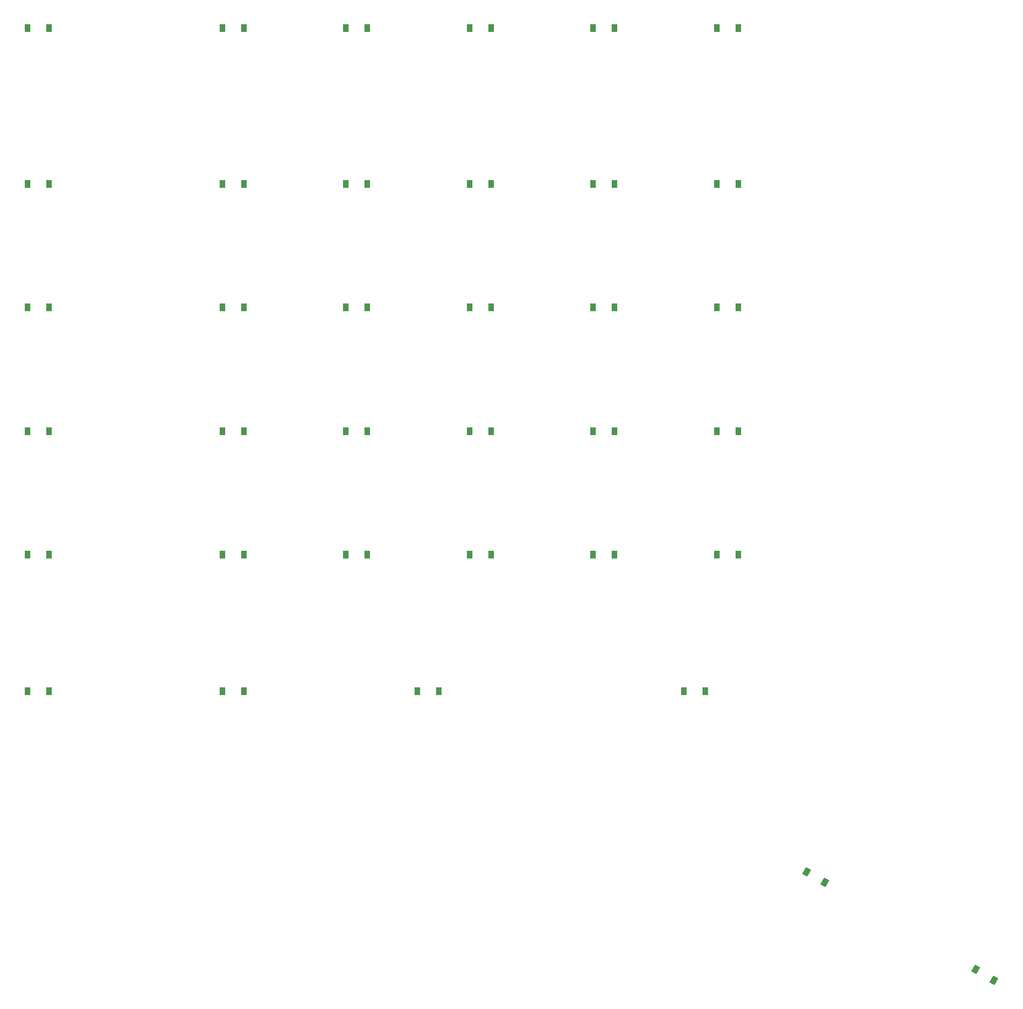
<source format=gbr>
%TF.GenerationSoftware,KiCad,Pcbnew,8.0.5*%
%TF.CreationDate,2024-10-12T19:47:22+02:00*%
%TF.ProjectId,finishedleftpcb,66696e69-7368-4656-946c-656674706362,v1.0.0*%
%TF.SameCoordinates,Original*%
%TF.FileFunction,Paste,Bot*%
%TF.FilePolarity,Positive*%
%FSLAX46Y46*%
G04 Gerber Fmt 4.6, Leading zero omitted, Abs format (unit mm)*
G04 Created by KiCad (PCBNEW 8.0.5) date 2024-10-12 19:47:22*
%MOMM*%
%LPD*%
G01*
G04 APERTURE LIST*
G04 Aperture macros list*
%AMRotRect*
0 Rectangle, with rotation*
0 The origin of the aperture is its center*
0 $1 length*
0 $2 width*
0 $3 Rotation angle, in degrees counterclockwise*
0 Add horizontal line*
21,1,$1,$2,0,0,$3*%
G04 Aperture macros list end*
%ADD10R,0.900000X1.200000*%
%ADD11RotRect,0.900000X1.200000X150.000000*%
G04 APERTURE END LIST*
D10*
%TO.C,D60*%
X106111601Y-173457468D03*
X102811601Y-173457468D03*
%TD*%
%TO.C,D22*%
X76111601Y-133457468D03*
X72811601Y-133457468D03*
%TD*%
%TO.C,D3*%
X106111601Y-114457468D03*
X102811601Y-114457468D03*
%TD*%
%TO.C,D17*%
X182111601Y-152457468D03*
X178811601Y-152457468D03*
%TD*%
%TO.C,D12*%
X144111601Y-95457468D03*
X140811601Y-95457468D03*
%TD*%
%TO.C,D20*%
X182111601Y-95457468D03*
X178811601Y-95457468D03*
%TD*%
%TO.C,D23*%
X76111601Y-114457468D03*
X72811601Y-114457468D03*
%TD*%
%TO.C,D16*%
X163111601Y-95457468D03*
X159811601Y-95457468D03*
%TD*%
%TO.C,D61*%
X136111601Y-173457468D03*
X132811601Y-173457468D03*
%TD*%
%TO.C,D62*%
X177111601Y-173457468D03*
X173811601Y-173457468D03*
%TD*%
%TO.C,D58*%
X182111601Y-71457468D03*
X178811601Y-71457468D03*
%TD*%
%TO.C,D5*%
X125111601Y-152457468D03*
X121811601Y-152457468D03*
%TD*%
D11*
%TO.C,D63*%
X195486042Y-202844646D03*
X192628158Y-201194646D03*
%TD*%
D10*
%TO.C,D54*%
X106111601Y-71457468D03*
X102811601Y-71457468D03*
%TD*%
%TO.C,D21*%
X76111601Y-152457468D03*
X72811601Y-152457468D03*
%TD*%
%TO.C,D57*%
X163111601Y-71457468D03*
X159811601Y-71457468D03*
%TD*%
%TO.C,D59*%
X76111601Y-173457468D03*
X72811601Y-173457468D03*
%TD*%
%TO.C,D11*%
X144111601Y-114457468D03*
X140811601Y-114457468D03*
%TD*%
%TO.C,D6*%
X125111601Y-133457468D03*
X121811601Y-133457468D03*
%TD*%
%TO.C,D14*%
X163111601Y-133457468D03*
X159811601Y-133457468D03*
%TD*%
%TO.C,D13*%
X163111601Y-152457468D03*
X159811601Y-152457468D03*
%TD*%
%TO.C,D18*%
X182111601Y-133457468D03*
X178811601Y-133457468D03*
%TD*%
%TO.C,D4*%
X106111601Y-95457468D03*
X102811601Y-95457468D03*
%TD*%
%TO.C,D7*%
X125111601Y-114457468D03*
X121811601Y-114457468D03*
%TD*%
%TO.C,D56*%
X144111601Y-71457468D03*
X140811601Y-71457468D03*
%TD*%
%TO.C,D15*%
X163111601Y-114457468D03*
X159811601Y-114457468D03*
%TD*%
%TO.C,D2*%
X106111601Y-133457468D03*
X102811601Y-133457468D03*
%TD*%
%TO.C,D53*%
X76111601Y-71457468D03*
X72811601Y-71457468D03*
%TD*%
D11*
%TO.C,D64*%
X221466804Y-217844646D03*
X218608920Y-216194646D03*
%TD*%
D10*
%TO.C,D55*%
X125111601Y-71457468D03*
X121811601Y-71457468D03*
%TD*%
%TO.C,D24*%
X76111601Y-95457468D03*
X72811601Y-95457468D03*
%TD*%
%TO.C,D19*%
X182111601Y-114457468D03*
X178811601Y-114457468D03*
%TD*%
%TO.C,D9*%
X144111601Y-152457468D03*
X140811601Y-152457468D03*
%TD*%
%TO.C,D8*%
X125111601Y-95457468D03*
X121811601Y-95457468D03*
%TD*%
%TO.C,D10*%
X144111601Y-133457468D03*
X140811601Y-133457468D03*
%TD*%
%TO.C,D1*%
X106111601Y-152457468D03*
X102811601Y-152457468D03*
%TD*%
M02*

</source>
